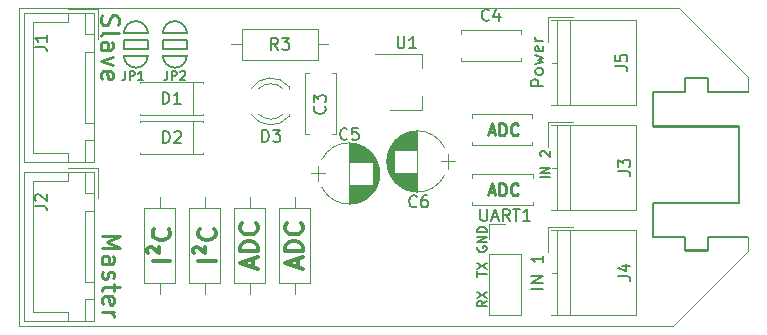
<source format=gto>
%TF.GenerationSoftware,KiCad,Pcbnew,5.0.1*%
%TF.CreationDate,2019-02-24T22:19:24+01:00*%
%TF.ProjectId,bobbycar,626F6262796361722E6B696361645F70,rev?*%
%TF.SameCoordinates,Original*%
%TF.FileFunction,Legend,Top*%
%TF.FilePolarity,Positive*%
%FSLAX46Y46*%
G04 Gerber Fmt 4.6, Leading zero omitted, Abs format (unit mm)*
G04 Created by KiCad (PCBNEW 5.0.1) date So 24 Feb 2019 22:19:24 CET*
%MOMM*%
%LPD*%
G01*
G04 APERTURE LIST*
%ADD10C,0.250000*%
%ADD11C,0.300000*%
%ADD12C,0.200000*%
%ADD13C,0.100000*%
%ADD14C,0.120000*%
%ADD15C,0.203200*%
%ADD16C,0.150000*%
%ADD17C,0.152400*%
G04 APERTURE END LIST*
D10*
X140366904Y-101131666D02*
X140843095Y-101131666D01*
X140271666Y-101417380D02*
X140605000Y-100417380D01*
X140938333Y-101417380D01*
X141271666Y-101417380D02*
X141271666Y-100417380D01*
X141509761Y-100417380D01*
X141652619Y-100465000D01*
X141747857Y-100560238D01*
X141795476Y-100655476D01*
X141843095Y-100845952D01*
X141843095Y-100988809D01*
X141795476Y-101179285D01*
X141747857Y-101274523D01*
X141652619Y-101369761D01*
X141509761Y-101417380D01*
X141271666Y-101417380D01*
X142843095Y-101322142D02*
X142795476Y-101369761D01*
X142652619Y-101417380D01*
X142557380Y-101417380D01*
X142414523Y-101369761D01*
X142319285Y-101274523D01*
X142271666Y-101179285D01*
X142224047Y-100988809D01*
X142224047Y-100845952D01*
X142271666Y-100655476D01*
X142319285Y-100560238D01*
X142414523Y-100465000D01*
X142557380Y-100417380D01*
X142652619Y-100417380D01*
X142795476Y-100465000D01*
X142843095Y-100512619D01*
X140366904Y-96051666D02*
X140843095Y-96051666D01*
X140271666Y-96337380D02*
X140605000Y-95337380D01*
X140938333Y-96337380D01*
X141271666Y-96337380D02*
X141271666Y-95337380D01*
X141509761Y-95337380D01*
X141652619Y-95385000D01*
X141747857Y-95480238D01*
X141795476Y-95575476D01*
X141843095Y-95765952D01*
X141843095Y-95908809D01*
X141795476Y-96099285D01*
X141747857Y-96194523D01*
X141652619Y-96289761D01*
X141509761Y-96337380D01*
X141271666Y-96337380D01*
X142843095Y-96242142D02*
X142795476Y-96289761D01*
X142652619Y-96337380D01*
X142557380Y-96337380D01*
X142414523Y-96289761D01*
X142319285Y-96194523D01*
X142271666Y-96099285D01*
X142224047Y-95908809D01*
X142224047Y-95765952D01*
X142271666Y-95575476D01*
X142319285Y-95480238D01*
X142414523Y-95385000D01*
X142557380Y-95337380D01*
X142652619Y-95337380D01*
X142795476Y-95385000D01*
X142843095Y-95432619D01*
D11*
X124202000Y-107521142D02*
X124202000Y-106806857D01*
X124630571Y-107664000D02*
X123130571Y-107164000D01*
X124630571Y-106664000D01*
X124630571Y-106164000D02*
X123130571Y-106164000D01*
X123130571Y-105806857D01*
X123202000Y-105592571D01*
X123344857Y-105449714D01*
X123487714Y-105378285D01*
X123773428Y-105306857D01*
X123987714Y-105306857D01*
X124273428Y-105378285D01*
X124416285Y-105449714D01*
X124559142Y-105592571D01*
X124630571Y-105806857D01*
X124630571Y-106164000D01*
X124487714Y-103806857D02*
X124559142Y-103878285D01*
X124630571Y-104092571D01*
X124630571Y-104235428D01*
X124559142Y-104449714D01*
X124416285Y-104592571D01*
X124273428Y-104664000D01*
X123987714Y-104735428D01*
X123773428Y-104735428D01*
X123487714Y-104664000D01*
X123344857Y-104592571D01*
X123202000Y-104449714D01*
X123130571Y-104235428D01*
X123130571Y-104092571D01*
X123202000Y-103878285D01*
X123273428Y-103806857D01*
X120392000Y-107521142D02*
X120392000Y-106806857D01*
X120820571Y-107664000D02*
X119320571Y-107164000D01*
X120820571Y-106664000D01*
X120820571Y-106164000D02*
X119320571Y-106164000D01*
X119320571Y-105806857D01*
X119392000Y-105592571D01*
X119534857Y-105449714D01*
X119677714Y-105378285D01*
X119963428Y-105306857D01*
X120177714Y-105306857D01*
X120463428Y-105378285D01*
X120606285Y-105449714D01*
X120749142Y-105592571D01*
X120820571Y-105806857D01*
X120820571Y-106164000D01*
X120677714Y-103806857D02*
X120749142Y-103878285D01*
X120820571Y-104092571D01*
X120820571Y-104235428D01*
X120749142Y-104449714D01*
X120606285Y-104592571D01*
X120463428Y-104664000D01*
X120177714Y-104735428D01*
X119963428Y-104735428D01*
X119677714Y-104664000D01*
X119534857Y-104592571D01*
X119392000Y-104449714D01*
X119320571Y-104235428D01*
X119320571Y-104092571D01*
X119392000Y-103878285D01*
X119463428Y-103806857D01*
X117264571Y-106985428D02*
X115764571Y-106985428D01*
X115407428Y-106342571D02*
X115336000Y-106199714D01*
X115336000Y-105985428D01*
X115407428Y-105842571D01*
X115550285Y-105771142D01*
X115693142Y-105771142D01*
X115836000Y-105842571D01*
X116336000Y-106342571D01*
X116336000Y-105771142D01*
X117121714Y-104271142D02*
X117193142Y-104342571D01*
X117264571Y-104556857D01*
X117264571Y-104699714D01*
X117193142Y-104914000D01*
X117050285Y-105056857D01*
X116907428Y-105128285D01*
X116621714Y-105199714D01*
X116407428Y-105199714D01*
X116121714Y-105128285D01*
X115978857Y-105056857D01*
X115836000Y-104914000D01*
X115764571Y-104699714D01*
X115764571Y-104556857D01*
X115836000Y-104342571D01*
X115907428Y-104271142D01*
X113403771Y-106985428D02*
X111903771Y-106985428D01*
X111546628Y-106342571D02*
X111475200Y-106199714D01*
X111475200Y-105985428D01*
X111546628Y-105842571D01*
X111689485Y-105771142D01*
X111832342Y-105771142D01*
X111975200Y-105842571D01*
X112475200Y-106342571D01*
X112475200Y-105771142D01*
X113260914Y-104271142D02*
X113332342Y-104342571D01*
X113403771Y-104556857D01*
X113403771Y-104699714D01*
X113332342Y-104914000D01*
X113189485Y-105056857D01*
X113046628Y-105128285D01*
X112760914Y-105199714D01*
X112546628Y-105199714D01*
X112260914Y-105128285D01*
X112118057Y-105056857D01*
X111975200Y-104914000D01*
X111903771Y-104699714D01*
X111903771Y-104556857D01*
X111975200Y-104342571D01*
X112046628Y-104271142D01*
D12*
X140188904Y-110369333D02*
X139807952Y-110636000D01*
X140188904Y-110826476D02*
X139388904Y-110826476D01*
X139388904Y-110521714D01*
X139427000Y-110445523D01*
X139465095Y-110407428D01*
X139541285Y-110369333D01*
X139655571Y-110369333D01*
X139731761Y-110407428D01*
X139769857Y-110445523D01*
X139807952Y-110521714D01*
X139807952Y-110826476D01*
X139388904Y-110102666D02*
X140188904Y-109569333D01*
X139388904Y-109569333D02*
X140188904Y-110102666D01*
X139388904Y-108305523D02*
X139388904Y-107848380D01*
X140188904Y-108076952D02*
X139388904Y-108076952D01*
X139388904Y-107657904D02*
X140188904Y-107124571D01*
X139388904Y-107124571D02*
X140188904Y-107657904D01*
X139427000Y-105765523D02*
X139388904Y-105841714D01*
X139388904Y-105956000D01*
X139427000Y-106070285D01*
X139503190Y-106146476D01*
X139579380Y-106184571D01*
X139731761Y-106222666D01*
X139846047Y-106222666D01*
X139998428Y-106184571D01*
X140074619Y-106146476D01*
X140150809Y-106070285D01*
X140188904Y-105956000D01*
X140188904Y-105879809D01*
X140150809Y-105765523D01*
X140112714Y-105727428D01*
X139846047Y-105727428D01*
X139846047Y-105879809D01*
X140188904Y-105384571D02*
X139388904Y-105384571D01*
X140188904Y-104927428D01*
X139388904Y-104927428D01*
X140188904Y-104546476D02*
X139388904Y-104546476D01*
X139388904Y-104356000D01*
X139427000Y-104241714D01*
X139503190Y-104165523D01*
X139579380Y-104127428D01*
X139731761Y-104089333D01*
X139846047Y-104089333D01*
X139998428Y-104127428D01*
X140074619Y-104165523D01*
X140150809Y-104241714D01*
X140188904Y-104356000D01*
X140188904Y-104546476D01*
X145522904Y-99910761D02*
X144722904Y-99910761D01*
X145522904Y-99529809D02*
X144722904Y-99529809D01*
X145522904Y-99072666D01*
X144722904Y-99072666D01*
X144799095Y-98120285D02*
X144761000Y-98082190D01*
X144722904Y-98006000D01*
X144722904Y-97815523D01*
X144761000Y-97739333D01*
X144799095Y-97701238D01*
X144875285Y-97663142D01*
X144951476Y-97663142D01*
X145065761Y-97701238D01*
X145522904Y-98158380D01*
X145522904Y-97663142D01*
X144978380Y-109330952D02*
X143978380Y-109330952D01*
X144978380Y-108854761D02*
X143978380Y-108854761D01*
X144978380Y-108283333D01*
X143978380Y-108283333D01*
X144978380Y-106521428D02*
X144978380Y-107092857D01*
X144978380Y-106807142D02*
X143978380Y-106807142D01*
X144121238Y-106902380D01*
X144216476Y-106997619D01*
X144264095Y-107092857D01*
X144978380Y-92146190D02*
X143978380Y-92146190D01*
X143978380Y-91765238D01*
X144026000Y-91670000D01*
X144073619Y-91622380D01*
X144168857Y-91574761D01*
X144311714Y-91574761D01*
X144406952Y-91622380D01*
X144454571Y-91670000D01*
X144502190Y-91765238D01*
X144502190Y-92146190D01*
X144978380Y-91003333D02*
X144930761Y-91098571D01*
X144883142Y-91146190D01*
X144787904Y-91193809D01*
X144502190Y-91193809D01*
X144406952Y-91146190D01*
X144359333Y-91098571D01*
X144311714Y-91003333D01*
X144311714Y-90860476D01*
X144359333Y-90765238D01*
X144406952Y-90717619D01*
X144502190Y-90670000D01*
X144787904Y-90670000D01*
X144883142Y-90717619D01*
X144930761Y-90765238D01*
X144978380Y-90860476D01*
X144978380Y-91003333D01*
X144311714Y-90336666D02*
X144978380Y-90146190D01*
X144502190Y-89955714D01*
X144978380Y-89765238D01*
X144311714Y-89574761D01*
X144930761Y-88812857D02*
X144978380Y-88908095D01*
X144978380Y-89098571D01*
X144930761Y-89193809D01*
X144835523Y-89241428D01*
X144454571Y-89241428D01*
X144359333Y-89193809D01*
X144311714Y-89098571D01*
X144311714Y-88908095D01*
X144359333Y-88812857D01*
X144454571Y-88765238D01*
X144549809Y-88765238D01*
X144645047Y-89241428D01*
X144978380Y-88336666D02*
X144311714Y-88336666D01*
X144502190Y-88336666D02*
X144406952Y-88289047D01*
X144359333Y-88241428D01*
X144311714Y-88146190D01*
X144311714Y-88050952D01*
D10*
X107596857Y-86185714D02*
X107525428Y-86400000D01*
X107525428Y-86757142D01*
X107596857Y-86900000D01*
X107668285Y-86971428D01*
X107811142Y-87042857D01*
X107954000Y-87042857D01*
X108096857Y-86971428D01*
X108168285Y-86900000D01*
X108239714Y-86757142D01*
X108311142Y-86471428D01*
X108382571Y-86328571D01*
X108454000Y-86257142D01*
X108596857Y-86185714D01*
X108739714Y-86185714D01*
X108882571Y-86257142D01*
X108954000Y-86328571D01*
X109025428Y-86471428D01*
X109025428Y-86828571D01*
X108954000Y-87042857D01*
X107525428Y-87900000D02*
X107596857Y-87757142D01*
X107739714Y-87685714D01*
X109025428Y-87685714D01*
X107525428Y-89114285D02*
X108311142Y-89114285D01*
X108454000Y-89042857D01*
X108525428Y-88900000D01*
X108525428Y-88614285D01*
X108454000Y-88471428D01*
X107596857Y-89114285D02*
X107525428Y-88971428D01*
X107525428Y-88614285D01*
X107596857Y-88471428D01*
X107739714Y-88400000D01*
X107882571Y-88400000D01*
X108025428Y-88471428D01*
X108096857Y-88614285D01*
X108096857Y-88971428D01*
X108168285Y-89114285D01*
X108525428Y-89685714D02*
X107525428Y-90042857D01*
X108525428Y-90400000D01*
X107596857Y-91542857D02*
X107525428Y-91400000D01*
X107525428Y-91114285D01*
X107596857Y-90971428D01*
X107739714Y-90900000D01*
X108311142Y-90900000D01*
X108454000Y-90971428D01*
X108525428Y-91114285D01*
X108525428Y-91400000D01*
X108454000Y-91542857D01*
X108311142Y-91614285D01*
X108168285Y-91614285D01*
X108025428Y-90900000D01*
X107652428Y-104882571D02*
X109152428Y-104882571D01*
X108081000Y-105382571D01*
X109152428Y-105882571D01*
X107652428Y-105882571D01*
X107652428Y-107239714D02*
X108438142Y-107239714D01*
X108581000Y-107168285D01*
X108652428Y-107025428D01*
X108652428Y-106739714D01*
X108581000Y-106596857D01*
X107723857Y-107239714D02*
X107652428Y-107096857D01*
X107652428Y-106739714D01*
X107723857Y-106596857D01*
X107866714Y-106525428D01*
X108009571Y-106525428D01*
X108152428Y-106596857D01*
X108223857Y-106739714D01*
X108223857Y-107096857D01*
X108295285Y-107239714D01*
X107723857Y-107882571D02*
X107652428Y-108025428D01*
X107652428Y-108311142D01*
X107723857Y-108454000D01*
X107866714Y-108525428D01*
X107938142Y-108525428D01*
X108081000Y-108454000D01*
X108152428Y-108311142D01*
X108152428Y-108096857D01*
X108223857Y-107954000D01*
X108366714Y-107882571D01*
X108438142Y-107882571D01*
X108581000Y-107954000D01*
X108652428Y-108096857D01*
X108652428Y-108311142D01*
X108581000Y-108454000D01*
X108652428Y-108954000D02*
X108652428Y-109525428D01*
X109152428Y-109168285D02*
X107866714Y-109168285D01*
X107723857Y-109239714D01*
X107652428Y-109382571D01*
X107652428Y-109525428D01*
X107723857Y-110596857D02*
X107652428Y-110454000D01*
X107652428Y-110168285D01*
X107723857Y-110025428D01*
X107866714Y-109954000D01*
X108438142Y-109954000D01*
X108581000Y-110025428D01*
X108652428Y-110168285D01*
X108652428Y-110454000D01*
X108581000Y-110596857D01*
X108438142Y-110668285D01*
X108295285Y-110668285D01*
X108152428Y-109954000D01*
X107652428Y-111311142D02*
X108652428Y-111311142D01*
X108366714Y-111311142D02*
X108509571Y-111382571D01*
X108581000Y-111454000D01*
X108652428Y-111596857D01*
X108652428Y-111739714D01*
D13*
X162306000Y-91440000D02*
X162306000Y-92659200D01*
X158877000Y-92659200D02*
X162306000Y-92659200D01*
X158877000Y-91516200D02*
X158877000Y-92659200D01*
X156972000Y-91516200D02*
X158877000Y-91516200D01*
X156972000Y-92659200D02*
X156972000Y-91516200D01*
X154279600Y-92659200D02*
X156972000Y-92659200D01*
X154279600Y-95605600D02*
X154279600Y-92659200D01*
X161544000Y-95605600D02*
X154279600Y-95605600D01*
X161544000Y-102006400D02*
X161544000Y-95605600D01*
X154279600Y-102006400D02*
X161544000Y-102006400D01*
X154279600Y-104952800D02*
X154279600Y-102006400D01*
X156972000Y-104952800D02*
X154279600Y-104952800D01*
X156972000Y-106095800D02*
X156972000Y-104952800D01*
X158877000Y-106095800D02*
X156972000Y-106095800D01*
X158877000Y-104952800D02*
X158877000Y-106095800D01*
X162306000Y-104952800D02*
X158877000Y-104952800D01*
X162306000Y-106172000D02*
X162306000Y-104952800D01*
X162306000Y-91440000D02*
X156464000Y-85598000D01*
X162306000Y-106172000D02*
X155956000Y-112522000D01*
X100584000Y-85598000D02*
X100584000Y-112522000D01*
X155956000Y-112522000D02*
X100584000Y-112522000D01*
X156464000Y-85598000D02*
X100584000Y-85598000D01*
D14*
X138958000Y-99969000D02*
X138958000Y-99655000D01*
X138958000Y-102275000D02*
X138958000Y-101961000D01*
X144078000Y-99969000D02*
X144078000Y-99655000D01*
X144078000Y-102275000D02*
X144078000Y-101961000D01*
X144078000Y-99655000D02*
X138958000Y-99655000D01*
X144078000Y-102275000D02*
X138958000Y-102275000D01*
X124801000Y-96199000D02*
X124801000Y-91079000D01*
X127421000Y-96199000D02*
X127421000Y-91079000D01*
X124801000Y-96199000D02*
X125115000Y-96199000D01*
X127107000Y-96199000D02*
X127421000Y-96199000D01*
X124801000Y-91079000D02*
X125115000Y-91079000D01*
X127107000Y-91079000D02*
X127421000Y-91079000D01*
X143109000Y-89769000D02*
X143109000Y-90083000D01*
X143109000Y-87463000D02*
X143109000Y-87777000D01*
X137989000Y-89769000D02*
X137989000Y-90083000D01*
X137989000Y-87463000D02*
X137989000Y-87777000D01*
X137989000Y-90083000D02*
X143109000Y-90083000D01*
X137989000Y-87463000D02*
X143109000Y-87463000D01*
X138941500Y-94575000D02*
X144061500Y-94575000D01*
X138941500Y-97195000D02*
X144061500Y-97195000D01*
X138941500Y-94575000D02*
X138941500Y-94889000D01*
X138941500Y-96881000D02*
X138941500Y-97195000D01*
X144061500Y-94575000D02*
X144061500Y-94889000D01*
X144061500Y-96881000D02*
X144061500Y-97195000D01*
X123952000Y-101564000D02*
X123952000Y-102454000D01*
X123952000Y-109764000D02*
X123952000Y-108874000D01*
X122642000Y-102454000D02*
X122642000Y-108874000D01*
X125262000Y-102454000D02*
X122642000Y-102454000D01*
X125262000Y-108874000D02*
X125262000Y-102454000D01*
X122642000Y-108874000D02*
X125262000Y-108874000D01*
X115358000Y-94628000D02*
X115358000Y-91808000D01*
X110878000Y-91808000D02*
X110878000Y-91938000D01*
X116198000Y-91808000D02*
X110878000Y-91808000D01*
X116198000Y-91938000D02*
X116198000Y-91808000D01*
X110878000Y-94628000D02*
X110878000Y-94498000D01*
X116198000Y-94628000D02*
X110878000Y-94628000D01*
X116198000Y-94498000D02*
X116198000Y-94628000D01*
X116198000Y-97800000D02*
X116198000Y-97930000D01*
X116198000Y-97930000D02*
X110878000Y-97930000D01*
X110878000Y-97930000D02*
X110878000Y-97800000D01*
X116198000Y-95240000D02*
X116198000Y-95110000D01*
X116198000Y-95110000D02*
X110878000Y-95110000D01*
X110878000Y-95110000D02*
X110878000Y-95240000D01*
X115358000Y-97930000D02*
X115358000Y-95110000D01*
X134738000Y-93021000D02*
X134738000Y-94221000D01*
X134738000Y-94221000D02*
X132038000Y-94221000D01*
X130738000Y-89421000D02*
X134738000Y-89421000D01*
X134738000Y-89421000D02*
X134738000Y-90621000D01*
X140402000Y-111566000D02*
X143062000Y-111566000D01*
X140402000Y-106426000D02*
X140402000Y-111566000D01*
X143062000Y-106426000D02*
X143062000Y-111566000D01*
X140402000Y-106426000D02*
X143062000Y-106426000D01*
X140402000Y-105156000D02*
X140402000Y-103826000D01*
X140402000Y-103826000D02*
X141732000Y-103826000D01*
X121452000Y-102454000D02*
X118832000Y-102454000D01*
X118832000Y-102454000D02*
X118832000Y-108874000D01*
X118832000Y-108874000D02*
X121452000Y-108874000D01*
X121452000Y-108874000D02*
X121452000Y-102454000D01*
X120142000Y-101564000D02*
X120142000Y-102454000D01*
X120142000Y-109764000D02*
X120142000Y-108874000D01*
X119472000Y-87336000D02*
X119472000Y-89956000D01*
X119472000Y-89956000D02*
X125892000Y-89956000D01*
X125892000Y-89956000D02*
X125892000Y-87336000D01*
X125892000Y-87336000D02*
X119472000Y-87336000D01*
X118582000Y-88646000D02*
X119472000Y-88646000D01*
X126782000Y-88646000D02*
X125892000Y-88646000D01*
X112522000Y-109764000D02*
X112522000Y-108874000D01*
X112522000Y-101564000D02*
X112522000Y-102454000D01*
X113832000Y-108874000D02*
X113832000Y-102454000D01*
X111212000Y-108874000D02*
X113832000Y-108874000D01*
X111212000Y-102454000D02*
X111212000Y-108874000D01*
X113832000Y-102454000D02*
X111212000Y-102454000D01*
X117642000Y-102454000D02*
X115022000Y-102454000D01*
X115022000Y-102454000D02*
X115022000Y-108874000D01*
X115022000Y-108874000D02*
X117642000Y-108874000D01*
X117642000Y-108874000D02*
X117642000Y-102454000D01*
X116332000Y-101564000D02*
X116332000Y-102454000D01*
X116332000Y-109764000D02*
X116332000Y-108874000D01*
X125940000Y-98918000D02*
X125940000Y-100218000D01*
X125340000Y-99568000D02*
X126540000Y-99568000D01*
X131101000Y-99214000D02*
X131101000Y-99922000D01*
X131061000Y-99009000D02*
X131061000Y-100127000D01*
X131021000Y-98861000D02*
X131021000Y-100275000D01*
X130981000Y-98739000D02*
X130981000Y-100397000D01*
X130941000Y-98634000D02*
X130941000Y-100502000D01*
X130901000Y-98540000D02*
X130901000Y-100596000D01*
X130861000Y-98456000D02*
X130861000Y-100680000D01*
X130821000Y-98379000D02*
X130821000Y-100757000D01*
X130781000Y-98307000D02*
X130781000Y-100829000D01*
X130741000Y-98241000D02*
X130741000Y-100895000D01*
X130701000Y-98178000D02*
X130701000Y-100958000D01*
X130661000Y-98120000D02*
X130661000Y-101016000D01*
X130621000Y-98064000D02*
X130621000Y-101072000D01*
X130581000Y-98012000D02*
X130581000Y-101124000D01*
X130541000Y-97962000D02*
X130541000Y-101174000D01*
X130501000Y-100548000D02*
X130501000Y-101222000D01*
X130501000Y-97914000D02*
X130501000Y-98588000D01*
X130461000Y-100548000D02*
X130461000Y-101267000D01*
X130461000Y-97869000D02*
X130461000Y-98588000D01*
X130421000Y-100548000D02*
X130421000Y-101310000D01*
X130421000Y-97826000D02*
X130421000Y-98588000D01*
X130381000Y-100548000D02*
X130381000Y-101351000D01*
X130381000Y-97785000D02*
X130381000Y-98588000D01*
X130341000Y-100548000D02*
X130341000Y-101391000D01*
X130341000Y-97745000D02*
X130341000Y-98588000D01*
X130301000Y-100548000D02*
X130301000Y-101429000D01*
X130301000Y-97707000D02*
X130301000Y-98588000D01*
X130261000Y-100548000D02*
X130261000Y-101465000D01*
X130261000Y-97671000D02*
X130261000Y-98588000D01*
X130221000Y-100548000D02*
X130221000Y-101500000D01*
X130221000Y-97636000D02*
X130221000Y-98588000D01*
X130181000Y-100548000D02*
X130181000Y-101533000D01*
X130181000Y-97603000D02*
X130181000Y-98588000D01*
X130141000Y-100548000D02*
X130141000Y-101565000D01*
X130141000Y-97571000D02*
X130141000Y-98588000D01*
X130101000Y-100548000D02*
X130101000Y-101596000D01*
X130101000Y-97540000D02*
X130101000Y-98588000D01*
X130061000Y-100548000D02*
X130061000Y-101626000D01*
X130061000Y-97510000D02*
X130061000Y-98588000D01*
X130021000Y-100548000D02*
X130021000Y-101654000D01*
X130021000Y-97482000D02*
X130021000Y-98588000D01*
X129981000Y-100548000D02*
X129981000Y-101681000D01*
X129981000Y-97455000D02*
X129981000Y-98588000D01*
X129941000Y-100548000D02*
X129941000Y-101708000D01*
X129941000Y-97428000D02*
X129941000Y-98588000D01*
X129901000Y-100548000D02*
X129901000Y-101733000D01*
X129901000Y-97403000D02*
X129901000Y-98588000D01*
X129861000Y-100548000D02*
X129861000Y-101757000D01*
X129861000Y-97379000D02*
X129861000Y-98588000D01*
X129821000Y-100548000D02*
X129821000Y-101780000D01*
X129821000Y-97356000D02*
X129821000Y-98588000D01*
X129781000Y-100548000D02*
X129781000Y-101802000D01*
X129781000Y-97334000D02*
X129781000Y-98588000D01*
X129741000Y-100548000D02*
X129741000Y-101824000D01*
X129741000Y-97312000D02*
X129741000Y-98588000D01*
X129701000Y-100548000D02*
X129701000Y-101844000D01*
X129701000Y-97292000D02*
X129701000Y-98588000D01*
X129661000Y-100548000D02*
X129661000Y-101864000D01*
X129661000Y-97272000D02*
X129661000Y-98588000D01*
X129621000Y-100548000D02*
X129621000Y-101883000D01*
X129621000Y-97253000D02*
X129621000Y-98588000D01*
X129581000Y-100548000D02*
X129581000Y-101901000D01*
X129581000Y-97235000D02*
X129581000Y-98588000D01*
X129541000Y-100548000D02*
X129541000Y-101918000D01*
X129541000Y-97218000D02*
X129541000Y-98588000D01*
X129501000Y-100548000D02*
X129501000Y-101934000D01*
X129501000Y-97202000D02*
X129501000Y-98588000D01*
X129461000Y-100548000D02*
X129461000Y-101950000D01*
X129461000Y-97186000D02*
X129461000Y-98588000D01*
X129421000Y-100548000D02*
X129421000Y-101964000D01*
X129421000Y-97172000D02*
X129421000Y-98588000D01*
X129381000Y-100548000D02*
X129381000Y-101978000D01*
X129381000Y-97158000D02*
X129381000Y-98588000D01*
X129341000Y-100548000D02*
X129341000Y-101992000D01*
X129341000Y-97144000D02*
X129341000Y-98588000D01*
X129301000Y-100548000D02*
X129301000Y-102004000D01*
X129301000Y-97132000D02*
X129301000Y-98588000D01*
X129261000Y-100548000D02*
X129261000Y-102016000D01*
X129261000Y-97120000D02*
X129261000Y-98588000D01*
X129220000Y-100548000D02*
X129220000Y-102028000D01*
X129220000Y-97108000D02*
X129220000Y-98588000D01*
X129180000Y-100548000D02*
X129180000Y-102038000D01*
X129180000Y-97098000D02*
X129180000Y-98588000D01*
X129140000Y-100548000D02*
X129140000Y-102048000D01*
X129140000Y-97088000D02*
X129140000Y-98588000D01*
X129100000Y-100548000D02*
X129100000Y-102057000D01*
X129100000Y-97079000D02*
X129100000Y-98588000D01*
X129060000Y-100548000D02*
X129060000Y-102066000D01*
X129060000Y-97070000D02*
X129060000Y-98588000D01*
X129020000Y-100548000D02*
X129020000Y-102074000D01*
X129020000Y-97062000D02*
X129020000Y-98588000D01*
X128980000Y-100548000D02*
X128980000Y-102081000D01*
X128980000Y-97055000D02*
X128980000Y-98588000D01*
X128940000Y-100548000D02*
X128940000Y-102087000D01*
X128940000Y-97049000D02*
X128940000Y-98588000D01*
X128900000Y-100548000D02*
X128900000Y-102093000D01*
X128900000Y-97043000D02*
X128900000Y-98588000D01*
X128860000Y-100548000D02*
X128860000Y-102099000D01*
X128860000Y-97037000D02*
X128860000Y-98588000D01*
X128820000Y-100548000D02*
X128820000Y-102103000D01*
X128820000Y-97033000D02*
X128820000Y-98588000D01*
X128780000Y-100548000D02*
X128780000Y-102107000D01*
X128780000Y-97029000D02*
X128780000Y-98588000D01*
X128740000Y-100548000D02*
X128740000Y-102111000D01*
X128740000Y-97025000D02*
X128740000Y-98588000D01*
X128700000Y-100548000D02*
X128700000Y-102114000D01*
X128700000Y-97022000D02*
X128700000Y-98588000D01*
X128660000Y-100548000D02*
X128660000Y-102116000D01*
X128660000Y-97020000D02*
X128660000Y-98588000D01*
X128620000Y-100548000D02*
X128620000Y-102117000D01*
X128620000Y-97019000D02*
X128620000Y-98588000D01*
X128580000Y-100548000D02*
X128580000Y-102118000D01*
X128580000Y-97018000D02*
X128580000Y-98588000D01*
X128540000Y-97018000D02*
X128540000Y-102118000D01*
X130845722Y-100747723D02*
G75*
G03X130845580Y-98388000I-2305722J1179723D01*
G01*
X130845722Y-100747723D02*
G75*
G02X126234420Y-100748000I-2305722J1179723D01*
G01*
X130845722Y-98388277D02*
G75*
G03X126234420Y-98388000I-2305722J-1179723D01*
G01*
X132012778Y-99731723D02*
G75*
G03X136624080Y-99732000I2305722J1179723D01*
G01*
X132012778Y-97372277D02*
G75*
G02X136624080Y-97372000I2305722J-1179723D01*
G01*
X132012778Y-97372277D02*
G75*
G03X132012920Y-99732000I2305722J-1179723D01*
G01*
X134318500Y-101102000D02*
X134318500Y-96002000D01*
X134278500Y-101102000D02*
X134278500Y-99532000D01*
X134278500Y-97572000D02*
X134278500Y-96002000D01*
X134238500Y-101101000D02*
X134238500Y-99532000D01*
X134238500Y-97572000D02*
X134238500Y-96003000D01*
X134198500Y-101100000D02*
X134198500Y-99532000D01*
X134198500Y-97572000D02*
X134198500Y-96004000D01*
X134158500Y-101098000D02*
X134158500Y-99532000D01*
X134158500Y-97572000D02*
X134158500Y-96006000D01*
X134118500Y-101095000D02*
X134118500Y-99532000D01*
X134118500Y-97572000D02*
X134118500Y-96009000D01*
X134078500Y-101091000D02*
X134078500Y-99532000D01*
X134078500Y-97572000D02*
X134078500Y-96013000D01*
X134038500Y-101087000D02*
X134038500Y-99532000D01*
X134038500Y-97572000D02*
X134038500Y-96017000D01*
X133998500Y-101083000D02*
X133998500Y-99532000D01*
X133998500Y-97572000D02*
X133998500Y-96021000D01*
X133958500Y-101077000D02*
X133958500Y-99532000D01*
X133958500Y-97572000D02*
X133958500Y-96027000D01*
X133918500Y-101071000D02*
X133918500Y-99532000D01*
X133918500Y-97572000D02*
X133918500Y-96033000D01*
X133878500Y-101065000D02*
X133878500Y-99532000D01*
X133878500Y-97572000D02*
X133878500Y-96039000D01*
X133838500Y-101058000D02*
X133838500Y-99532000D01*
X133838500Y-97572000D02*
X133838500Y-96046000D01*
X133798500Y-101050000D02*
X133798500Y-99532000D01*
X133798500Y-97572000D02*
X133798500Y-96054000D01*
X133758500Y-101041000D02*
X133758500Y-99532000D01*
X133758500Y-97572000D02*
X133758500Y-96063000D01*
X133718500Y-101032000D02*
X133718500Y-99532000D01*
X133718500Y-97572000D02*
X133718500Y-96072000D01*
X133678500Y-101022000D02*
X133678500Y-99532000D01*
X133678500Y-97572000D02*
X133678500Y-96082000D01*
X133638500Y-101012000D02*
X133638500Y-99532000D01*
X133638500Y-97572000D02*
X133638500Y-96092000D01*
X133597500Y-101000000D02*
X133597500Y-99532000D01*
X133597500Y-97572000D02*
X133597500Y-96104000D01*
X133557500Y-100988000D02*
X133557500Y-99532000D01*
X133557500Y-97572000D02*
X133557500Y-96116000D01*
X133517500Y-100976000D02*
X133517500Y-99532000D01*
X133517500Y-97572000D02*
X133517500Y-96128000D01*
X133477500Y-100962000D02*
X133477500Y-99532000D01*
X133477500Y-97572000D02*
X133477500Y-96142000D01*
X133437500Y-100948000D02*
X133437500Y-99532000D01*
X133437500Y-97572000D02*
X133437500Y-96156000D01*
X133397500Y-100934000D02*
X133397500Y-99532000D01*
X133397500Y-97572000D02*
X133397500Y-96170000D01*
X133357500Y-100918000D02*
X133357500Y-99532000D01*
X133357500Y-97572000D02*
X133357500Y-96186000D01*
X133317500Y-100902000D02*
X133317500Y-99532000D01*
X133317500Y-97572000D02*
X133317500Y-96202000D01*
X133277500Y-100885000D02*
X133277500Y-99532000D01*
X133277500Y-97572000D02*
X133277500Y-96219000D01*
X133237500Y-100867000D02*
X133237500Y-99532000D01*
X133237500Y-97572000D02*
X133237500Y-96237000D01*
X133197500Y-100848000D02*
X133197500Y-99532000D01*
X133197500Y-97572000D02*
X133197500Y-96256000D01*
X133157500Y-100828000D02*
X133157500Y-99532000D01*
X133157500Y-97572000D02*
X133157500Y-96276000D01*
X133117500Y-100808000D02*
X133117500Y-99532000D01*
X133117500Y-97572000D02*
X133117500Y-96296000D01*
X133077500Y-100786000D02*
X133077500Y-99532000D01*
X133077500Y-97572000D02*
X133077500Y-96318000D01*
X133037500Y-100764000D02*
X133037500Y-99532000D01*
X133037500Y-97572000D02*
X133037500Y-96340000D01*
X132997500Y-100741000D02*
X132997500Y-99532000D01*
X132997500Y-97572000D02*
X132997500Y-96363000D01*
X132957500Y-100717000D02*
X132957500Y-99532000D01*
X132957500Y-97572000D02*
X132957500Y-96387000D01*
X132917500Y-100692000D02*
X132917500Y-99532000D01*
X132917500Y-97572000D02*
X132917500Y-96412000D01*
X132877500Y-100665000D02*
X132877500Y-99532000D01*
X132877500Y-97572000D02*
X132877500Y-96439000D01*
X132837500Y-100638000D02*
X132837500Y-99532000D01*
X132837500Y-97572000D02*
X132837500Y-96466000D01*
X132797500Y-100610000D02*
X132797500Y-99532000D01*
X132797500Y-97572000D02*
X132797500Y-96494000D01*
X132757500Y-100580000D02*
X132757500Y-99532000D01*
X132757500Y-97572000D02*
X132757500Y-96524000D01*
X132717500Y-100549000D02*
X132717500Y-99532000D01*
X132717500Y-97572000D02*
X132717500Y-96555000D01*
X132677500Y-100517000D02*
X132677500Y-99532000D01*
X132677500Y-97572000D02*
X132677500Y-96587000D01*
X132637500Y-100484000D02*
X132637500Y-99532000D01*
X132637500Y-97572000D02*
X132637500Y-96620000D01*
X132597500Y-100449000D02*
X132597500Y-99532000D01*
X132597500Y-97572000D02*
X132597500Y-96655000D01*
X132557500Y-100413000D02*
X132557500Y-99532000D01*
X132557500Y-97572000D02*
X132557500Y-96691000D01*
X132517500Y-100375000D02*
X132517500Y-99532000D01*
X132517500Y-97572000D02*
X132517500Y-96729000D01*
X132477500Y-100335000D02*
X132477500Y-99532000D01*
X132477500Y-97572000D02*
X132477500Y-96769000D01*
X132437500Y-100294000D02*
X132437500Y-99532000D01*
X132437500Y-97572000D02*
X132437500Y-96810000D01*
X132397500Y-100251000D02*
X132397500Y-99532000D01*
X132397500Y-97572000D02*
X132397500Y-96853000D01*
X132357500Y-100206000D02*
X132357500Y-99532000D01*
X132357500Y-97572000D02*
X132357500Y-96898000D01*
X132317500Y-100158000D02*
X132317500Y-96946000D01*
X132277500Y-100108000D02*
X132277500Y-96996000D01*
X132237500Y-100056000D02*
X132237500Y-97048000D01*
X132197500Y-100000000D02*
X132197500Y-97104000D01*
X132157500Y-99942000D02*
X132157500Y-97162000D01*
X132117500Y-99879000D02*
X132117500Y-97225000D01*
X132077500Y-99813000D02*
X132077500Y-97291000D01*
X132037500Y-99741000D02*
X132037500Y-97363000D01*
X131997500Y-99664000D02*
X131997500Y-97440000D01*
X131957500Y-99580000D02*
X131957500Y-97524000D01*
X131917500Y-99486000D02*
X131917500Y-97618000D01*
X131877500Y-99381000D02*
X131877500Y-97723000D01*
X131837500Y-99259000D02*
X131837500Y-97845000D01*
X131797500Y-99111000D02*
X131797500Y-97993000D01*
X131757500Y-98906000D02*
X131757500Y-98198000D01*
X137518500Y-98552000D02*
X136318500Y-98552000D01*
X136918500Y-99202000D02*
X136918500Y-97902000D01*
X107271000Y-85669000D02*
X104771000Y-85669000D01*
X107271000Y-88169000D02*
X107271000Y-85669000D01*
X101771000Y-97819000D02*
X101771000Y-92269000D01*
X104721000Y-97819000D02*
X101771000Y-97819000D01*
X104721000Y-98569000D02*
X104721000Y-97819000D01*
X101771000Y-86719000D02*
X101771000Y-92269000D01*
X104721000Y-86719000D02*
X101771000Y-86719000D01*
X104721000Y-85969000D02*
X104721000Y-86719000D01*
X106971000Y-98569000D02*
X106971000Y-96769000D01*
X106221000Y-98569000D02*
X106971000Y-98569000D01*
X106221000Y-96769000D02*
X106221000Y-98569000D01*
X106971000Y-96769000D02*
X106221000Y-96769000D01*
X106971000Y-87769000D02*
X106971000Y-85969000D01*
X106221000Y-87769000D02*
X106971000Y-87769000D01*
X106221000Y-85969000D02*
X106221000Y-87769000D01*
X106971000Y-85969000D02*
X106221000Y-85969000D01*
X106971000Y-95269000D02*
X106971000Y-89269000D01*
X106221000Y-95269000D02*
X106971000Y-95269000D01*
X106221000Y-89269000D02*
X106221000Y-95269000D01*
X106971000Y-89269000D02*
X106221000Y-89269000D01*
X106971000Y-98569000D02*
X106971000Y-85969000D01*
X101021000Y-98569000D02*
X106971000Y-98569000D01*
X101021000Y-85969000D02*
X101021000Y-98569000D01*
X106971000Y-85969000D02*
X101021000Y-85969000D01*
X106971000Y-99431000D02*
X101021000Y-99431000D01*
X101021000Y-99431000D02*
X101021000Y-112031000D01*
X101021000Y-112031000D02*
X106971000Y-112031000D01*
X106971000Y-112031000D02*
X106971000Y-99431000D01*
X106971000Y-102731000D02*
X106221000Y-102731000D01*
X106221000Y-102731000D02*
X106221000Y-108731000D01*
X106221000Y-108731000D02*
X106971000Y-108731000D01*
X106971000Y-108731000D02*
X106971000Y-102731000D01*
X106971000Y-99431000D02*
X106221000Y-99431000D01*
X106221000Y-99431000D02*
X106221000Y-101231000D01*
X106221000Y-101231000D02*
X106971000Y-101231000D01*
X106971000Y-101231000D02*
X106971000Y-99431000D01*
X106971000Y-110231000D02*
X106221000Y-110231000D01*
X106221000Y-110231000D02*
X106221000Y-112031000D01*
X106221000Y-112031000D02*
X106971000Y-112031000D01*
X106971000Y-112031000D02*
X106971000Y-110231000D01*
X104721000Y-99431000D02*
X104721000Y-100181000D01*
X104721000Y-100181000D02*
X101771000Y-100181000D01*
X101771000Y-100181000D02*
X101771000Y-105731000D01*
X104721000Y-112031000D02*
X104721000Y-111281000D01*
X104721000Y-111281000D02*
X101771000Y-111281000D01*
X101771000Y-111281000D02*
X101771000Y-105731000D01*
X107271000Y-101631000D02*
X107271000Y-99131000D01*
X107271000Y-99131000D02*
X104771000Y-99131000D01*
X147252000Y-104378000D02*
X147252000Y-111578000D01*
X146152000Y-104378000D02*
X146152000Y-111578000D01*
X145652000Y-104378000D02*
X152852000Y-104378000D01*
X152852000Y-104378000D02*
X152852000Y-111578000D01*
X152852000Y-111578000D02*
X145652000Y-111578000D01*
X146152000Y-107978000D02*
X145752000Y-107978000D01*
X147502000Y-104138000D02*
X145412000Y-104138000D01*
X145412000Y-104138000D02*
X145412000Y-106228000D01*
X145412000Y-86358000D02*
X145412000Y-88448000D01*
X147502000Y-86358000D02*
X145412000Y-86358000D01*
X146152000Y-90198000D02*
X145752000Y-90198000D01*
X152852000Y-93798000D02*
X145652000Y-93798000D01*
X152852000Y-86598000D02*
X152852000Y-93798000D01*
X145652000Y-86598000D02*
X152852000Y-86598000D01*
X146152000Y-86598000D02*
X146152000Y-93798000D01*
X147252000Y-86598000D02*
X147252000Y-93798000D01*
X147252000Y-95488000D02*
X147252000Y-102688000D01*
X146152000Y-95488000D02*
X146152000Y-102688000D01*
X145652000Y-95488000D02*
X152852000Y-95488000D01*
X152852000Y-95488000D02*
X152852000Y-102688000D01*
X152852000Y-102688000D02*
X145652000Y-102688000D01*
X146152000Y-99088000D02*
X145752000Y-99088000D01*
X147502000Y-95248000D02*
X145412000Y-95248000D01*
X145412000Y-95248000D02*
X145412000Y-97338000D01*
X120247665Y-94550608D02*
G75*
G03X123480000Y-94707516I1672335J1078608D01*
G01*
X120247665Y-92393392D02*
G75*
G02X123480000Y-92236484I1672335J-1078608D01*
G01*
X120878870Y-94551837D02*
G75*
G03X122960961Y-94552000I1041130J1079837D01*
G01*
X120878870Y-92392163D02*
G75*
G02X122960961Y-92392000I1041130J-1079837D01*
G01*
X123480000Y-94708000D02*
X123480000Y-94552000D01*
X123480000Y-92392000D02*
X123480000Y-92236000D01*
D15*
X110490000Y-90616000D02*
G75*
G03X111506000Y-89600000I0J1016000D01*
G01*
X109474000Y-89600000D02*
G75*
G03X110490000Y-90616000I1016000J0D01*
G01*
X110490000Y-86676000D02*
G75*
G03X109474000Y-87692000I0J-1016000D01*
G01*
X111506000Y-87692000D02*
G75*
G03X110490000Y-86676000I-1016000J0D01*
G01*
X109474000Y-89600000D02*
X111506000Y-89600000D01*
X111506000Y-87692000D02*
X109474000Y-87692000D01*
X109490000Y-88246000D02*
X109490000Y-89046000D01*
X111490000Y-88246000D02*
X109490000Y-88246000D01*
X111490000Y-89046000D02*
X111490000Y-88246000D01*
X109490000Y-89046000D02*
X111490000Y-89046000D01*
X112792000Y-89046000D02*
X114792000Y-89046000D01*
X114792000Y-89046000D02*
X114792000Y-88246000D01*
X114792000Y-88246000D02*
X112792000Y-88246000D01*
X112792000Y-88246000D02*
X112792000Y-89046000D01*
X114808000Y-87692000D02*
X112776000Y-87692000D01*
X112776000Y-89600000D02*
X114808000Y-89600000D01*
X114808000Y-87692000D02*
G75*
G03X113792000Y-86676000I-1016000J0D01*
G01*
X113792000Y-86676000D02*
G75*
G03X112776000Y-87692000I0J-1016000D01*
G01*
X112776000Y-89600000D02*
G75*
G03X113792000Y-90616000I1016000J0D01*
G01*
X113792000Y-90616000D02*
G75*
G03X114808000Y-89600000I0J1016000D01*
G01*
D16*
X158897800Y-104943800D02*
X162292800Y-104943800D01*
X158897800Y-92668200D02*
X162292800Y-92668200D01*
X158897800Y-104943800D02*
X158897800Y-106093800D01*
X158897800Y-92668200D02*
X158897800Y-91518200D01*
X156992800Y-106093800D02*
X158897800Y-106093800D01*
X156992800Y-91518200D02*
X158897800Y-91518200D01*
X156992800Y-104943800D02*
X156992800Y-106093800D01*
X156992800Y-92668200D02*
X156992800Y-91518200D01*
X154292800Y-104943800D02*
X156992800Y-104943800D01*
X154292800Y-92668200D02*
X156992800Y-92668200D01*
X154292800Y-102056000D02*
X154292800Y-104943800D01*
X154292800Y-95556000D02*
X154292800Y-92668200D01*
X154292800Y-95556000D02*
X161542800Y-95556000D01*
X161542800Y-102056000D02*
X154292800Y-102056000D01*
X161542800Y-95556000D02*
X161542800Y-102056000D01*
X126468142Y-93892666D02*
X126515761Y-93940285D01*
X126563380Y-94083142D01*
X126563380Y-94178380D01*
X126515761Y-94321238D01*
X126420523Y-94416476D01*
X126325285Y-94464095D01*
X126134809Y-94511714D01*
X125991952Y-94511714D01*
X125801476Y-94464095D01*
X125706238Y-94416476D01*
X125611000Y-94321238D01*
X125563380Y-94178380D01*
X125563380Y-94083142D01*
X125611000Y-93940285D01*
X125658619Y-93892666D01*
X125563380Y-93559333D02*
X125563380Y-92940285D01*
X125944333Y-93273619D01*
X125944333Y-93130761D01*
X125991952Y-93035523D01*
X126039571Y-92987904D01*
X126134809Y-92940285D01*
X126372904Y-92940285D01*
X126468142Y-92987904D01*
X126515761Y-93035523D01*
X126563380Y-93130761D01*
X126563380Y-93416476D01*
X126515761Y-93511714D01*
X126468142Y-93559333D01*
X140382333Y-86570142D02*
X140334714Y-86617761D01*
X140191857Y-86665380D01*
X140096619Y-86665380D01*
X139953761Y-86617761D01*
X139858523Y-86522523D01*
X139810904Y-86427285D01*
X139763285Y-86236809D01*
X139763285Y-86093952D01*
X139810904Y-85903476D01*
X139858523Y-85808238D01*
X139953761Y-85713000D01*
X140096619Y-85665380D01*
X140191857Y-85665380D01*
X140334714Y-85713000D01*
X140382333Y-85760619D01*
X141239476Y-85998714D02*
X141239476Y-86665380D01*
X141001380Y-85617761D02*
X140763285Y-86332047D01*
X141382333Y-86332047D01*
X112749104Y-93670380D02*
X112749104Y-92670380D01*
X112987200Y-92670380D01*
X113130057Y-92718000D01*
X113225295Y-92813238D01*
X113272914Y-92908476D01*
X113320533Y-93098952D01*
X113320533Y-93241809D01*
X113272914Y-93432285D01*
X113225295Y-93527523D01*
X113130057Y-93622761D01*
X112987200Y-93670380D01*
X112749104Y-93670380D01*
X114272914Y-93670380D02*
X113701485Y-93670380D01*
X113987200Y-93670380D02*
X113987200Y-92670380D01*
X113891961Y-92813238D01*
X113796723Y-92908476D01*
X113701485Y-92956095D01*
X112799904Y-96972380D02*
X112799904Y-95972380D01*
X113038000Y-95972380D01*
X113180857Y-96020000D01*
X113276095Y-96115238D01*
X113323714Y-96210476D01*
X113371333Y-96400952D01*
X113371333Y-96543809D01*
X113323714Y-96734285D01*
X113276095Y-96829523D01*
X113180857Y-96924761D01*
X113038000Y-96972380D01*
X112799904Y-96972380D01*
X113752285Y-96067619D02*
X113799904Y-96020000D01*
X113895142Y-95972380D01*
X114133238Y-95972380D01*
X114228476Y-96020000D01*
X114276095Y-96067619D01*
X114323714Y-96162857D01*
X114323714Y-96258095D01*
X114276095Y-96400952D01*
X113704666Y-96972380D01*
X114323714Y-96972380D01*
X132646095Y-87973380D02*
X132646095Y-88782904D01*
X132693714Y-88878142D01*
X132741333Y-88925761D01*
X132836571Y-88973380D01*
X133027047Y-88973380D01*
X133122285Y-88925761D01*
X133169904Y-88878142D01*
X133217523Y-88782904D01*
X133217523Y-87973380D01*
X134217523Y-88973380D02*
X133646095Y-88973380D01*
X133931809Y-88973380D02*
X133931809Y-87973380D01*
X133836571Y-88116238D01*
X133741333Y-88211476D01*
X133646095Y-88259095D01*
X139660571Y-102576380D02*
X139660571Y-103385904D01*
X139708190Y-103481142D01*
X139755809Y-103528761D01*
X139851047Y-103576380D01*
X140041523Y-103576380D01*
X140136761Y-103528761D01*
X140184380Y-103481142D01*
X140232000Y-103385904D01*
X140232000Y-102576380D01*
X140660571Y-103290666D02*
X141136761Y-103290666D01*
X140565333Y-103576380D02*
X140898666Y-102576380D01*
X141232000Y-103576380D01*
X142136761Y-103576380D02*
X141803428Y-103100190D01*
X141565333Y-103576380D02*
X141565333Y-102576380D01*
X141946285Y-102576380D01*
X142041523Y-102624000D01*
X142089142Y-102671619D01*
X142136761Y-102766857D01*
X142136761Y-102909714D01*
X142089142Y-103004952D01*
X142041523Y-103052571D01*
X141946285Y-103100190D01*
X141565333Y-103100190D01*
X142422476Y-102576380D02*
X142993904Y-102576380D01*
X142708190Y-103576380D02*
X142708190Y-102576380D01*
X143851047Y-103576380D02*
X143279619Y-103576380D01*
X143565333Y-103576380D02*
X143565333Y-102576380D01*
X143470095Y-102719238D01*
X143374857Y-102814476D01*
X143279619Y-102862095D01*
X122515333Y-89098380D02*
X122182000Y-88622190D01*
X121943904Y-89098380D02*
X121943904Y-88098380D01*
X122324857Y-88098380D01*
X122420095Y-88146000D01*
X122467714Y-88193619D01*
X122515333Y-88288857D01*
X122515333Y-88431714D01*
X122467714Y-88526952D01*
X122420095Y-88574571D01*
X122324857Y-88622190D01*
X121943904Y-88622190D01*
X122848666Y-88098380D02*
X123467714Y-88098380D01*
X123134380Y-88479333D01*
X123277238Y-88479333D01*
X123372476Y-88526952D01*
X123420095Y-88574571D01*
X123467714Y-88669809D01*
X123467714Y-88907904D01*
X123420095Y-89003142D01*
X123372476Y-89050761D01*
X123277238Y-89098380D01*
X122991523Y-89098380D01*
X122896285Y-89050761D01*
X122848666Y-89003142D01*
X128389333Y-96623142D02*
X128341714Y-96670761D01*
X128198857Y-96718380D01*
X128103619Y-96718380D01*
X127960761Y-96670761D01*
X127865523Y-96575523D01*
X127817904Y-96480285D01*
X127770285Y-96289809D01*
X127770285Y-96146952D01*
X127817904Y-95956476D01*
X127865523Y-95861238D01*
X127960761Y-95766000D01*
X128103619Y-95718380D01*
X128198857Y-95718380D01*
X128341714Y-95766000D01*
X128389333Y-95813619D01*
X129294095Y-95718380D02*
X128817904Y-95718380D01*
X128770285Y-96194571D01*
X128817904Y-96146952D01*
X128913142Y-96099333D01*
X129151238Y-96099333D01*
X129246476Y-96146952D01*
X129294095Y-96194571D01*
X129341714Y-96289809D01*
X129341714Y-96527904D01*
X129294095Y-96623142D01*
X129246476Y-96670761D01*
X129151238Y-96718380D01*
X128913142Y-96718380D01*
X128817904Y-96670761D01*
X128770285Y-96623142D01*
X134262833Y-102338142D02*
X134215214Y-102385761D01*
X134072357Y-102433380D01*
X133977119Y-102433380D01*
X133834261Y-102385761D01*
X133739023Y-102290523D01*
X133691404Y-102195285D01*
X133643785Y-102004809D01*
X133643785Y-101861952D01*
X133691404Y-101671476D01*
X133739023Y-101576238D01*
X133834261Y-101481000D01*
X133977119Y-101433380D01*
X134072357Y-101433380D01*
X134215214Y-101481000D01*
X134262833Y-101528619D01*
X135119976Y-101433380D02*
X134929500Y-101433380D01*
X134834261Y-101481000D01*
X134786642Y-101528619D01*
X134691404Y-101671476D01*
X134643785Y-101861952D01*
X134643785Y-102242904D01*
X134691404Y-102338142D01*
X134739023Y-102385761D01*
X134834261Y-102433380D01*
X135024738Y-102433380D01*
X135119976Y-102385761D01*
X135167595Y-102338142D01*
X135215214Y-102242904D01*
X135215214Y-102004809D01*
X135167595Y-101909571D01*
X135119976Y-101861952D01*
X135024738Y-101814333D01*
X134834261Y-101814333D01*
X134739023Y-101861952D01*
X134691404Y-101909571D01*
X134643785Y-102004809D01*
X101941380Y-88852333D02*
X102655666Y-88852333D01*
X102798523Y-88899952D01*
X102893761Y-88995190D01*
X102941380Y-89138047D01*
X102941380Y-89233285D01*
X102941380Y-87852333D02*
X102941380Y-88423761D01*
X102941380Y-88138047D02*
X101941380Y-88138047D01*
X102084238Y-88233285D01*
X102179476Y-88328523D01*
X102227095Y-88423761D01*
X101941380Y-102314333D02*
X102655666Y-102314333D01*
X102798523Y-102361952D01*
X102893761Y-102457190D01*
X102941380Y-102600047D01*
X102941380Y-102695285D01*
X102036619Y-101885761D02*
X101989000Y-101838142D01*
X101941380Y-101742904D01*
X101941380Y-101504809D01*
X101989000Y-101409571D01*
X102036619Y-101361952D01*
X102131857Y-101314333D01*
X102227095Y-101314333D01*
X102369952Y-101361952D01*
X102941380Y-101933380D01*
X102941380Y-101314333D01*
X151344380Y-108283333D02*
X152058666Y-108283333D01*
X152201523Y-108330952D01*
X152296761Y-108426190D01*
X152344380Y-108569047D01*
X152344380Y-108664285D01*
X151677714Y-107378571D02*
X152344380Y-107378571D01*
X151296761Y-107616666D02*
X152011047Y-107854761D01*
X152011047Y-107235714D01*
X151090380Y-90503333D02*
X151804666Y-90503333D01*
X151947523Y-90550952D01*
X152042761Y-90646190D01*
X152090380Y-90789047D01*
X152090380Y-90884285D01*
X151090380Y-89550952D02*
X151090380Y-90027142D01*
X151566571Y-90074761D01*
X151518952Y-90027142D01*
X151471333Y-89931904D01*
X151471333Y-89693809D01*
X151518952Y-89598571D01*
X151566571Y-89550952D01*
X151661809Y-89503333D01*
X151899904Y-89503333D01*
X151995142Y-89550952D01*
X152042761Y-89598571D01*
X152090380Y-89693809D01*
X152090380Y-89931904D01*
X152042761Y-90027142D01*
X151995142Y-90074761D01*
X151344380Y-99393333D02*
X152058666Y-99393333D01*
X152201523Y-99440952D01*
X152296761Y-99536190D01*
X152344380Y-99679047D01*
X152344380Y-99774285D01*
X151344380Y-99012380D02*
X151344380Y-98393333D01*
X151725333Y-98726666D01*
X151725333Y-98583809D01*
X151772952Y-98488571D01*
X151820571Y-98440952D01*
X151915809Y-98393333D01*
X152153904Y-98393333D01*
X152249142Y-98440952D01*
X152296761Y-98488571D01*
X152344380Y-98583809D01*
X152344380Y-98869523D01*
X152296761Y-98964761D01*
X152249142Y-99012380D01*
X121181904Y-96884380D02*
X121181904Y-95884380D01*
X121420000Y-95884380D01*
X121562857Y-95932000D01*
X121658095Y-96027238D01*
X121705714Y-96122476D01*
X121753333Y-96312952D01*
X121753333Y-96455809D01*
X121705714Y-96646285D01*
X121658095Y-96741523D01*
X121562857Y-96836761D01*
X121420000Y-96884380D01*
X121181904Y-96884380D01*
X122086666Y-95884380D02*
X122705714Y-95884380D01*
X122372380Y-96265333D01*
X122515238Y-96265333D01*
X122610476Y-96312952D01*
X122658095Y-96360571D01*
X122705714Y-96455809D01*
X122705714Y-96693904D01*
X122658095Y-96789142D01*
X122610476Y-96836761D01*
X122515238Y-96884380D01*
X122229523Y-96884380D01*
X122134285Y-96836761D01*
X122086666Y-96789142D01*
D17*
X109601000Y-90895714D02*
X109601000Y-91440000D01*
X109564714Y-91548857D01*
X109492142Y-91621428D01*
X109383285Y-91657714D01*
X109310714Y-91657714D01*
X109963857Y-91657714D02*
X109963857Y-90895714D01*
X110254142Y-90895714D01*
X110326714Y-90932000D01*
X110363000Y-90968285D01*
X110399285Y-91040857D01*
X110399285Y-91149714D01*
X110363000Y-91222285D01*
X110326714Y-91258571D01*
X110254142Y-91294857D01*
X109963857Y-91294857D01*
X111125000Y-91657714D02*
X110689571Y-91657714D01*
X110907285Y-91657714D02*
X110907285Y-90895714D01*
X110834714Y-91004571D01*
X110762142Y-91077142D01*
X110689571Y-91113428D01*
X113157000Y-90895714D02*
X113157000Y-91440000D01*
X113120714Y-91548857D01*
X113048142Y-91621428D01*
X112939285Y-91657714D01*
X112866714Y-91657714D01*
X113519857Y-91657714D02*
X113519857Y-90895714D01*
X113810142Y-90895714D01*
X113882714Y-90932000D01*
X113919000Y-90968285D01*
X113955285Y-91040857D01*
X113955285Y-91149714D01*
X113919000Y-91222285D01*
X113882714Y-91258571D01*
X113810142Y-91294857D01*
X113519857Y-91294857D01*
X114245571Y-90968285D02*
X114281857Y-90932000D01*
X114354428Y-90895714D01*
X114535857Y-90895714D01*
X114608428Y-90932000D01*
X114644714Y-90968285D01*
X114681000Y-91040857D01*
X114681000Y-91113428D01*
X114644714Y-91222285D01*
X114209285Y-91657714D01*
X114681000Y-91657714D01*
M02*

</source>
